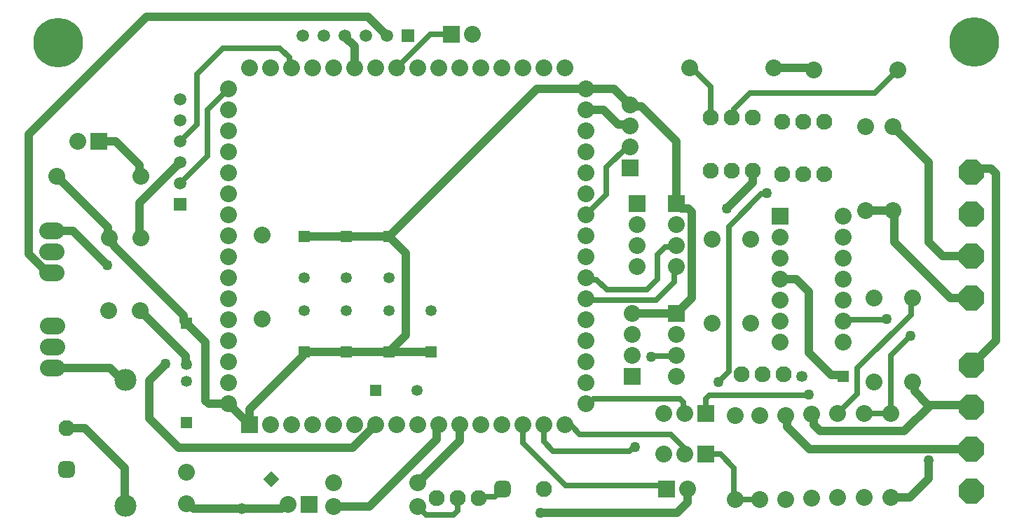
<source format=gtl>
G04*
G04 #@! TF.GenerationSoftware,Altium Limited,Altium Designer,22.5.1 (42)*
G04*
G04 Layer_Physical_Order=1*
G04 Layer_Color=255*
%FSLAX25Y25*%
%MOIN*%
G70*
G04*
G04 #@! TF.SameCoordinates,4BF25F8D-FF95-44F9-8C9D-AD32542E46D1*
G04*
G04*
G04 #@! TF.FilePolarity,Positive*
G04*
G01*
G75*
%ADD35C,0.03937*%
%ADD36C,0.02756*%
%ADD37C,0.08000*%
%ADD38R,0.08000X0.08000*%
%ADD39C,0.10500*%
%ADD40O,0.12000X0.08000*%
%ADD41R,0.08000X0.08000*%
%ADD42P,0.12989X8X112.5*%
%ADD43C,0.07600*%
%ADD44C,0.23622*%
%ADD45R,0.05315X0.05315*%
%ADD46C,0.05315*%
%ADD47R,0.05315X0.05315*%
G04:AMPARAMS|DCode=48|XSize=76.77mil|YSize=76.77mil|CornerRadius=19.19mil|HoleSize=0mil|Usage=FLASHONLY|Rotation=0.000|XOffset=0mil|YOffset=0mil|HoleType=Round|Shape=RoundedRectangle|*
%AMROUNDEDRECTD48*
21,1,0.07677,0.03839,0,0,0.0*
21,1,0.03839,0.07677,0,0,0.0*
1,1,0.03839,0.01919,-0.01919*
1,1,0.03839,-0.01919,-0.01919*
1,1,0.03839,-0.01919,0.01919*
1,1,0.03839,0.01919,0.01919*
%
%ADD48ROUNDEDRECTD48*%
%ADD49C,0.07677*%
G04:AMPARAMS|DCode=50|XSize=76.77mil|YSize=76.77mil|CornerRadius=19.19mil|HoleSize=0mil|Usage=FLASHONLY|Rotation=90.000|XOffset=0mil|YOffset=0mil|HoleType=Round|Shape=RoundedRectangle|*
%AMROUNDEDRECTD50*
21,1,0.07677,0.03839,0,0,90.0*
21,1,0.03839,0.07677,0,0,90.0*
1,1,0.03839,0.01919,0.01919*
1,1,0.03839,0.01919,-0.01919*
1,1,0.03839,-0.01919,-0.01919*
1,1,0.03839,-0.01919,0.01919*
%
%ADD50ROUNDEDRECTD50*%
%ADD51P,0.07517X4X270.0*%
%ADD52R,0.05906X0.05906*%
%ADD53C,0.05906*%
%ADD54R,0.05906X0.05906*%
%ADD55C,0.05000*%
D35*
X425277Y63642D02*
Y67125D01*
Y63642D02*
X431923Y56996D01*
X424402Y68000D02*
X425277Y67125D01*
X154500Y232467D02*
Y233000D01*
X159000Y217500D02*
Y227967D01*
X154500Y232467D02*
X159000Y227967D01*
X21969Y45842D02*
X30658D01*
X49621Y9879D02*
Y26880D01*
X30658Y45842D02*
X49621Y26880D01*
X389443Y71189D02*
X390653D01*
X385811D02*
X389443D01*
X364000Y52000D02*
X364777Y51223D01*
Y46723D02*
X375500Y36000D01*
X364777Y46723D02*
Y51223D01*
X75500Y36500D02*
X158000D01*
X61500Y50500D02*
X75500Y36500D01*
X61500Y50500D02*
Y68712D01*
X69000Y76212D01*
X109000Y47500D02*
X109099Y47599D01*
Y55099D02*
X134311Y80311D01*
Y81468D02*
X135000Y82157D01*
X109099Y47599D02*
Y55099D01*
X134311Y80311D02*
Y81468D01*
X99000Y57500D02*
X109000Y47500D01*
X135000Y82157D02*
X155250D01*
X56723Y137277D02*
Y153223D01*
X76000Y172500D01*
X124481Y7581D02*
X126401Y9500D01*
X127500D01*
X105580Y7581D02*
X124481D01*
X79000Y10000D02*
X80099D01*
X82519Y7581D02*
X105580D01*
X80099Y10000D02*
X82519Y7581D01*
X390653Y71189D02*
X391342Y70500D01*
X290000Y200000D02*
X290777Y199223D01*
X282500Y207500D02*
X290000Y200000D01*
X358500Y217500D02*
X375401D01*
X376401Y216500D01*
X377500D01*
X289504Y190496D02*
X290000Y190000D01*
X284504Y190496D02*
X289504D01*
X165500Y242000D02*
X174500Y233000D01*
X4000Y186000D02*
X60000Y242000D01*
X165500D01*
X37500Y182500D02*
X45500D01*
X56723Y171277D01*
X312000Y153000D02*
Y182500D01*
X295277Y199223D02*
X312000Y182500D01*
X290777Y199223D02*
X295277D01*
X44746Y132754D02*
Y132835D01*
Y132754D02*
X77720Y99779D01*
X293500Y100500D02*
X312000D01*
X155250Y137343D02*
X175500D01*
X183500Y90158D02*
Y129342D01*
X269000Y207500D02*
X282500D01*
X175500Y82157D02*
X195500D01*
X135000Y137343D02*
X155250D01*
X175500Y82157D02*
X183500Y90158D01*
X175500Y137343D02*
X245657Y207500D01*
X175500Y137343D02*
X183500Y129342D01*
X155250Y82157D02*
X175500D01*
X312000Y153000D02*
X314449Y150551D01*
X245657Y207500D02*
X269000D01*
X42500Y135081D02*
X44746Y132835D01*
X317886Y150551D02*
X319500Y148937D01*
X88000Y59114D02*
X89614Y57500D01*
X77720Y97122D02*
Y99779D01*
X17500Y166000D02*
X41723Y141777D01*
X77720Y97122D02*
X79000Y95842D01*
X312000Y100500D02*
X319500Y108000D01*
X41723Y137277D02*
Y141777D01*
X88000Y59114D02*
Y86843D01*
X314449Y150551D02*
X317886D01*
X319500Y108000D02*
Y148937D01*
X89614Y57500D02*
X99000D01*
X42500Y135081D02*
Y136500D01*
X41723Y137277D02*
X42500Y136500D01*
X79000Y95842D02*
X88000Y86843D01*
X348324Y168324D02*
X348500Y168500D01*
X336203Y150703D02*
X348324Y162824D01*
Y168324D01*
X415777Y134723D02*
X442500Y108000D01*
X415777Y134723D02*
Y148723D01*
X442500Y108000D02*
X452500D01*
X402000Y149500D02*
X415000D01*
X438647Y128000D02*
X452500D01*
X432000Y134647D02*
Y172500D01*
Y134647D02*
X438647Y128000D01*
X415000Y149500D02*
X415777Y148723D01*
X464000Y87500D02*
Y167194D01*
X452500Y168000D02*
X454000Y169500D01*
X461694D01*
X464000Y167194D01*
X452500Y76000D02*
X464000Y87500D01*
X380504Y44496D02*
X420496D01*
X432996Y56996D01*
X431923D02*
X451504D01*
X377277Y47723D02*
X380504Y44496D01*
X376500Y52500D02*
X377277Y51723D01*
X451504Y56996D02*
X452500Y56000D01*
X377277Y47723D02*
Y51723D01*
X432000Y22000D02*
Y30531D01*
X375500Y36000D02*
X452500D01*
X423000Y13000D02*
X432000Y22000D01*
X414000Y13000D02*
X423000D01*
X375000Y82000D02*
Y111000D01*
X361500Y117000D02*
X369000D01*
X375000Y111000D01*
Y82000D02*
X385811Y71189D01*
X415000Y189500D02*
X432000Y172500D01*
X317500Y10500D02*
Y17000D01*
X312500Y5500D02*
X317500Y10500D01*
X247500Y5500D02*
X312500D01*
X56723Y166777D02*
X57500Y166000D01*
X56723Y166777D02*
Y171277D01*
X269000Y197500D02*
X277500D01*
X284504Y190496D01*
X4000Y129000D02*
Y186000D01*
Y129000D02*
X13000Y120000D01*
X15000D01*
Y140000D02*
X25000D01*
X41500Y123500D01*
X198223Y40723D02*
Y46723D01*
X149000Y8500D02*
X166000D01*
X198223Y40723D01*
X189000Y20000D02*
X209000Y40000D01*
Y47500D01*
X69000Y76212D02*
Y76500D01*
X158000Y36500D02*
X169000Y47500D01*
X198223Y46723D02*
X199000Y47500D01*
X56723Y137277D02*
X57500Y136500D01*
X57000Y102000D02*
X78736Y80264D01*
Y76421D02*
Y80264D01*
Y76421D02*
X79000Y76157D01*
X12500Y140000D02*
X15000D01*
X42904Y74500D02*
X48404Y69000D01*
X50500D01*
X15500Y74500D02*
X42904D01*
X49621Y9879D02*
X50500Y9000D01*
D36*
X388750Y53000D02*
X398000Y62250D01*
Y74500D01*
X423625Y100125D01*
X391500Y97000D02*
X392071Y97571D01*
X411571D01*
X339427Y194927D02*
Y197927D01*
X347000Y205500D01*
X406500D01*
X338500Y194000D02*
X339427Y194927D01*
X406500Y205500D02*
X417500Y216500D01*
X318500Y217500D02*
X319500D01*
X328500Y194000D02*
Y208500D01*
X319500Y217500D02*
X328500Y208500D01*
X225634Y13427D02*
X229207Y17000D01*
X229500D01*
X218000Y12500D02*
X218927Y13427D01*
X225634D01*
X206000Y4500D02*
X208000Y6500D01*
Y12500D01*
X193236Y4500D02*
X206000D01*
X340000Y12000D02*
X351750D01*
X300250Y80250D02*
X310243D01*
X310997Y79497D01*
X300000Y80000D02*
X300250Y80250D01*
X315394Y53606D02*
Y58386D01*
Y53606D02*
X316000Y53000D01*
X313780Y60000D02*
X315394Y58386D01*
X272919Y60000D02*
X313780D01*
X327614Y61622D02*
X374622D01*
X326000Y53000D02*
Y60008D01*
X327614Y61622D01*
X314997Y34503D02*
X316000Y33500D01*
X314997Y34503D02*
Y37362D01*
X309358Y43000D02*
X314997Y37362D01*
X289893Y35000D02*
X291893Y37000D01*
X249000Y39500D02*
X253500Y35000D01*
X291893Y37000D02*
X292500D01*
X253500Y35000D02*
X289893D01*
X249000Y39500D02*
Y47500D01*
X266236Y43000D02*
X309358D01*
X262740Y46497D02*
X266236Y43000D01*
X326000Y33500D02*
X333000D01*
X339500Y27000D01*
Y12000D02*
Y27000D01*
X259500Y18500D02*
X306000D01*
X307500Y17000D01*
X239000Y39000D02*
X259500Y18500D01*
X414000Y53000D02*
Y80500D01*
X423500Y90000D01*
X411571Y97571D02*
X412000Y98000D01*
X423625Y100125D02*
Y108000D01*
X312000Y80500D02*
X313000Y79500D01*
X269000Y107500D02*
X269622Y106878D01*
X302378D02*
X310997Y115497D01*
X269622Y106878D02*
X302378D01*
X270419Y57500D02*
X272919Y60000D01*
X269000Y57500D02*
X270419D01*
X310997Y79497D02*
X312000Y80500D01*
X337000Y142000D02*
X352571Y157571D01*
X354571D02*
X355000Y158000D01*
X352571Y157571D02*
X354571D01*
X337000Y73000D02*
Y142000D01*
X332000Y68000D02*
X337000Y73000D01*
X374622Y61622D02*
X375000Y62000D01*
X401375Y53000D02*
X414000D01*
X123500Y227000D02*
X128004Y222496D01*
X96500Y227000D02*
X123500D01*
X84000Y214500D02*
X96500Y227000D01*
X84000Y190500D02*
Y214500D01*
X76000Y182500D02*
X84000Y190500D01*
X89000Y175500D02*
Y197500D01*
X99000Y207500D01*
X76000Y162500D02*
X89000Y175500D01*
X303105Y128605D02*
X306754Y132254D01*
X303105Y117010D02*
Y128605D01*
X311254Y132254D02*
X312000Y133000D01*
X306754Y132254D02*
X311254D01*
X298095Y112000D02*
X303105Y117010D01*
X310997Y115497D02*
Y121997D01*
X312000Y123000D01*
X279000Y112000D02*
X298095D01*
X274246Y116754D02*
X279000Y112000D01*
X269746Y116754D02*
X274246D01*
X269000Y117500D02*
X269746Y116754D01*
X260003Y46497D02*
X262740D01*
X259000Y47500D02*
X260003Y46497D01*
X195000Y233500D02*
X205000D01*
X179000Y217500D02*
X195000Y233500D01*
X288637Y180000D02*
X290000D01*
X278914Y157414D02*
Y170277D01*
X288637Y180000D01*
X269000Y147500D02*
X278914Y157414D01*
X239000Y39000D02*
Y47500D01*
X189000Y8500D02*
X189236D01*
X193236Y4500D01*
X128004Y218496D02*
X129000Y217500D01*
X128004Y218496D02*
Y222496D01*
X144500Y232500D02*
Y233000D01*
X228264Y18236D02*
X229500Y17000D01*
D37*
X269000Y207500D02*
D03*
Y197500D02*
D03*
Y187500D02*
D03*
Y177500D02*
D03*
Y167500D02*
D03*
Y157500D02*
D03*
Y147500D02*
D03*
Y137500D02*
D03*
Y57500D02*
D03*
Y67500D02*
D03*
Y77500D02*
D03*
Y87500D02*
D03*
Y97500D02*
D03*
Y107500D02*
D03*
Y117500D02*
D03*
Y127500D02*
D03*
X179000Y217500D02*
D03*
X169000D02*
D03*
X159000D02*
D03*
X149000D02*
D03*
X139000D02*
D03*
X129000D02*
D03*
X119000D02*
D03*
X109000D02*
D03*
X189000D02*
D03*
X199000D02*
D03*
X209000D02*
D03*
X219000D02*
D03*
X229000D02*
D03*
X239000D02*
D03*
X249000D02*
D03*
X259000D02*
D03*
X99000Y127500D02*
D03*
Y117500D02*
D03*
Y107500D02*
D03*
Y97500D02*
D03*
Y87500D02*
D03*
Y77500D02*
D03*
Y67500D02*
D03*
Y57500D02*
D03*
Y137500D02*
D03*
Y147500D02*
D03*
Y157500D02*
D03*
Y167500D02*
D03*
Y177500D02*
D03*
Y187500D02*
D03*
Y197500D02*
D03*
Y207500D02*
D03*
X259000Y47500D02*
D03*
X249000D02*
D03*
X239000D02*
D03*
X229000D02*
D03*
X219000D02*
D03*
X209000D02*
D03*
X199000D02*
D03*
X189000D02*
D03*
X119000D02*
D03*
X129000D02*
D03*
X139000D02*
D03*
X149000D02*
D03*
X159000D02*
D03*
X169000D02*
D03*
X179000D02*
D03*
X79000Y10000D02*
D03*
Y25000D02*
D03*
X57500Y136500D02*
D03*
X42500D02*
D03*
X57000Y102000D02*
D03*
X42000D02*
D03*
X391500Y147000D02*
D03*
Y137000D02*
D03*
Y127000D02*
D03*
Y117000D02*
D03*
Y107000D02*
D03*
Y97000D02*
D03*
Y87000D02*
D03*
X361500D02*
D03*
Y97000D02*
D03*
Y107000D02*
D03*
Y117000D02*
D03*
Y127000D02*
D03*
Y137000D02*
D03*
X290000Y200000D02*
D03*
Y190000D02*
D03*
Y180000D02*
D03*
X293500Y123000D02*
D03*
Y133000D02*
D03*
Y143000D02*
D03*
X291000Y100500D02*
D03*
Y90500D02*
D03*
Y80500D02*
D03*
X312000Y123000D02*
D03*
Y133000D02*
D03*
Y143000D02*
D03*
Y70500D02*
D03*
Y80500D02*
D03*
Y90500D02*
D03*
X316000Y33500D02*
D03*
X306000D02*
D03*
X316000Y53000D02*
D03*
X306000D02*
D03*
X317500Y17000D02*
D03*
X215000Y233500D02*
D03*
X27500Y182500D02*
D03*
X127500Y9500D02*
D03*
X17500Y166000D02*
D03*
X57500D02*
D03*
X115000Y98000D02*
D03*
Y138000D02*
D03*
X189000Y20000D02*
D03*
X149000D02*
D03*
Y8500D02*
D03*
X189000D02*
D03*
X376500Y12500D02*
D03*
Y52500D02*
D03*
X424500Y108000D02*
D03*
Y68000D02*
D03*
X414000Y53000D02*
D03*
Y13000D02*
D03*
X364000Y52000D02*
D03*
Y12000D02*
D03*
X406000Y108000D02*
D03*
Y68000D02*
D03*
X351750Y12000D02*
D03*
Y52000D02*
D03*
X388750Y13000D02*
D03*
Y53000D02*
D03*
X401375Y13000D02*
D03*
Y53000D02*
D03*
X340000Y12000D02*
D03*
Y52000D02*
D03*
X318500Y217500D02*
D03*
X358500D02*
D03*
X417500Y216500D02*
D03*
X377500D02*
D03*
X415000Y189500D02*
D03*
Y149500D02*
D03*
X402000Y189500D02*
D03*
Y149500D02*
D03*
X347500Y96000D02*
D03*
Y136000D02*
D03*
X329000Y96000D02*
D03*
Y136000D02*
D03*
D38*
X109000Y47500D02*
D03*
X361500Y147000D02*
D03*
X326000Y33500D02*
D03*
Y53000D02*
D03*
X307500Y17000D02*
D03*
X205000Y233500D02*
D03*
X37500Y182500D02*
D03*
X137500Y9500D02*
D03*
D39*
X50000Y9000D02*
D03*
Y69000D02*
D03*
D40*
X15000Y130000D02*
D03*
Y140000D02*
D03*
Y120000D02*
D03*
X15500Y84500D02*
D03*
Y94500D02*
D03*
Y74500D02*
D03*
D41*
X290000Y170000D02*
D03*
X293500Y153000D02*
D03*
X291000Y70500D02*
D03*
X312000Y153000D02*
D03*
Y100500D02*
D03*
D42*
X452500Y148000D02*
D03*
Y128000D02*
D03*
Y108000D02*
D03*
Y168000D02*
D03*
Y56000D02*
D03*
Y36000D02*
D03*
Y16000D02*
D03*
Y76000D02*
D03*
D43*
X343000Y71500D02*
D03*
X353000D02*
D03*
X363000D02*
D03*
X198000Y12500D02*
D03*
X208000D02*
D03*
X218000D02*
D03*
X382500Y167000D02*
D03*
X372500D02*
D03*
X362500D02*
D03*
X382500Y192000D02*
D03*
X372500D02*
D03*
X362500D02*
D03*
X328500Y168500D02*
D03*
X338500D02*
D03*
X348500D02*
D03*
X328500Y194000D02*
D03*
X338500D02*
D03*
X348500D02*
D03*
D44*
X453784Y230000D02*
D03*
X18000Y229784D02*
D03*
D45*
X169000Y64000D02*
D03*
X391342Y70500D02*
D03*
D46*
X188685Y64000D02*
D03*
X175500Y117657D02*
D03*
X155250D02*
D03*
X135000D02*
D03*
X135000Y101842D02*
D03*
X155250D02*
D03*
X175500D02*
D03*
X195500D02*
D03*
X105580Y7581D02*
D03*
X79000Y68343D02*
D03*
X79000Y76157D02*
D03*
X371657Y70500D02*
D03*
D47*
X175500Y137343D02*
D03*
X155250D02*
D03*
X135000D02*
D03*
X135000Y82157D02*
D03*
X155250D02*
D03*
X175500D02*
D03*
X195500D02*
D03*
X79000Y48658D02*
D03*
X79000Y95842D02*
D03*
D48*
X229500Y17000D02*
D03*
D49*
X249185D02*
D03*
X21969Y45842D02*
D03*
D50*
Y26158D02*
D03*
D51*
X119500Y21500D02*
D03*
D52*
X76000Y152500D02*
D03*
D53*
Y162500D02*
D03*
Y172500D02*
D03*
Y182500D02*
D03*
Y192500D02*
D03*
Y202500D02*
D03*
X174500Y233000D02*
D03*
X164500D02*
D03*
X154500D02*
D03*
X144500D02*
D03*
X134500D02*
D03*
D54*
X184500D02*
D03*
D55*
X300000Y80000D02*
D03*
X292500Y37000D02*
D03*
X423500Y90000D02*
D03*
X412000Y98000D02*
D03*
X355000Y158000D02*
D03*
X336000Y150500D02*
D03*
X432000Y30531D02*
D03*
X332000Y68000D02*
D03*
X375000Y62000D02*
D03*
X247500Y5500D02*
D03*
X41500Y123500D02*
D03*
X69000Y76500D02*
D03*
M02*

</source>
